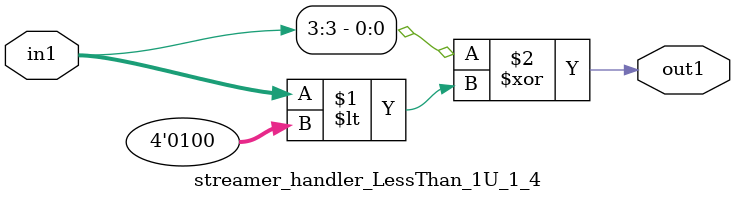
<source format=v>

`timescale 1ps / 1ps


module streamer_handler_LessThan_1U_1_4( in1, out1 );

    input [3:0] in1;
    output out1;

    
    // rtl_process:streamer_handler_LessThan_1U_1_4/streamer_handler_LessThan_1U_1_4_thread_1
    assign out1 = (in1[3] ^ in1 < 4'd04);

endmodule


</source>
